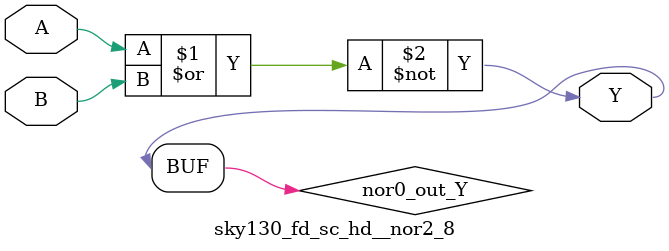
<source format=v>
/*
 * Copyright 2020 The SkyWater PDK Authors
 *
 * Licensed under the Apache License, Version 2.0 (the "License");
 * you may not use this file except in compliance with the License.
 * You may obtain a copy of the License at
 *
 *     https://www.apache.org/licenses/LICENSE-2.0
 *
 * Unless required by applicable law or agreed to in writing, software
 * distributed under the License is distributed on an "AS IS" BASIS,
 * WITHOUT WARRANTIES OR CONDITIONS OF ANY KIND, either express or implied.
 * See the License for the specific language governing permissions and
 * limitations under the License.
 *
 * SPDX-License-Identifier: Apache-2.0
*/


`ifndef SKY130_FD_SC_HD__NOR2_8_FUNCTIONAL_V
`define SKY130_FD_SC_HD__NOR2_8_FUNCTIONAL_V

/**
 * nor2: 2-input NOR.
 *
 * Verilog simulation functional model.
 */

`timescale 1ns / 1ps
`default_nettype none

`celldefine
module sky130_fd_sc_hd__nor2_8 (
    Y,
    A,
    B
);

    // Module ports
    output Y;
    input  A;
    input  B;

    // Local signals
    wire nor0_out_Y;

    //  Name  Output      Other arguments
    nor nor0 (nor0_out_Y, A, B           );
    buf buf0 (Y         , nor0_out_Y     );

endmodule
`endcelldefine

`default_nettype wire
`endif  // SKY130_FD_SC_HD__NOR2_8_FUNCTIONAL_V

</source>
